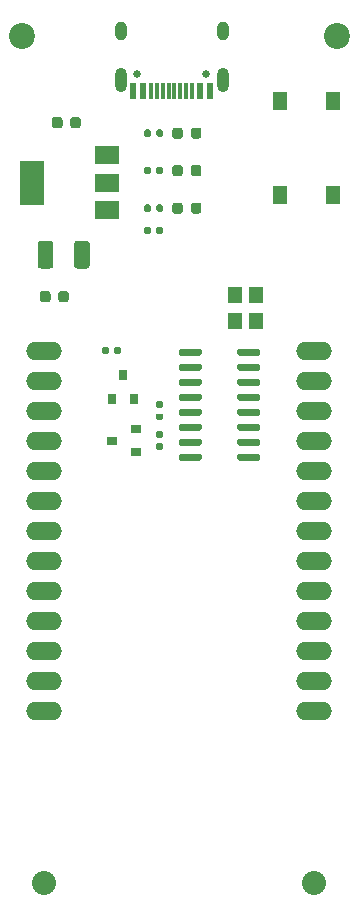
<source format=gts>
G04 #@! TF.GenerationSoftware,KiCad,Pcbnew,5.1.10-88a1d61d58~88~ubuntu20.04.1*
G04 #@! TF.CreationDate,2021-05-29T16:43:34+02:00*
G04 #@! TF.ProjectId,wt32-eth01-programmer,77743332-2d65-4746-9830-312d70726f67,rev?*
G04 #@! TF.SameCoordinates,Original*
G04 #@! TF.FileFunction,Soldermask,Top*
G04 #@! TF.FilePolarity,Negative*
%FSLAX46Y46*%
G04 Gerber Fmt 4.6, Leading zero omitted, Abs format (unit mm)*
G04 Created by KiCad (PCBNEW 5.1.10-88a1d61d58~88~ubuntu20.04.1) date 2021-05-29 16:43:34*
%MOMM*%
%LPD*%
G01*
G04 APERTURE LIST*
%ADD10C,2.200000*%
%ADD11R,1.300000X1.550000*%
%ADD12R,1.200000X1.400000*%
%ADD13O,3.048000X1.524000*%
%ADD14C,2.032000*%
%ADD15R,2.000000X1.500000*%
%ADD16R,2.000000X3.800000*%
%ADD17R,0.800000X0.900000*%
%ADD18R,0.900000X0.800000*%
%ADD19R,0.600000X1.450000*%
%ADD20R,0.300000X1.450000*%
%ADD21O,1.000000X2.100000*%
%ADD22C,0.650000*%
%ADD23O,1.000000X1.600000*%
G04 APERTURE END LIST*
D10*
X53340000Y-46990000D03*
X80010000Y-46990000D03*
D11*
X75220000Y-60490000D03*
X79720000Y-60490000D03*
X79720000Y-52540000D03*
X75220000Y-52540000D03*
D12*
X71452000Y-71120000D03*
X71452000Y-68920000D03*
X73152000Y-68920000D03*
X73152000Y-71120000D03*
D13*
X78105000Y-104140000D03*
X78105000Y-73660000D03*
X78105000Y-76200000D03*
X78105000Y-78740000D03*
X78105000Y-81280000D03*
X78105000Y-83820000D03*
X78105000Y-86360000D03*
X78105000Y-88900000D03*
X78105000Y-91440000D03*
X78105000Y-93980000D03*
X78105000Y-96520000D03*
X78105000Y-99060000D03*
X78105000Y-101600000D03*
X55245000Y-104140000D03*
X55245000Y-101600000D03*
X55245000Y-99060000D03*
X55245000Y-96520000D03*
X55245000Y-93980000D03*
X55245000Y-91440000D03*
X55245000Y-88900000D03*
X55245000Y-86360000D03*
X55245000Y-83820000D03*
X55245000Y-81280000D03*
X55245000Y-78740000D03*
X55245000Y-76200000D03*
X55245000Y-73660000D03*
D14*
X78105000Y-118745000D03*
X55245000Y-118745000D03*
G36*
G01*
X68604000Y-82527000D02*
X68604000Y-82827000D01*
G75*
G02*
X68454000Y-82977000I-150000J0D01*
G01*
X66804000Y-82977000D01*
G75*
G02*
X66654000Y-82827000I0J150000D01*
G01*
X66654000Y-82527000D01*
G75*
G02*
X66804000Y-82377000I150000J0D01*
G01*
X68454000Y-82377000D01*
G75*
G02*
X68604000Y-82527000I0J-150000D01*
G01*
G37*
G36*
G01*
X68604000Y-81257000D02*
X68604000Y-81557000D01*
G75*
G02*
X68454000Y-81707000I-150000J0D01*
G01*
X66804000Y-81707000D01*
G75*
G02*
X66654000Y-81557000I0J150000D01*
G01*
X66654000Y-81257000D01*
G75*
G02*
X66804000Y-81107000I150000J0D01*
G01*
X68454000Y-81107000D01*
G75*
G02*
X68604000Y-81257000I0J-150000D01*
G01*
G37*
G36*
G01*
X68604000Y-79987000D02*
X68604000Y-80287000D01*
G75*
G02*
X68454000Y-80437000I-150000J0D01*
G01*
X66804000Y-80437000D01*
G75*
G02*
X66654000Y-80287000I0J150000D01*
G01*
X66654000Y-79987000D01*
G75*
G02*
X66804000Y-79837000I150000J0D01*
G01*
X68454000Y-79837000D01*
G75*
G02*
X68604000Y-79987000I0J-150000D01*
G01*
G37*
G36*
G01*
X68604000Y-78717000D02*
X68604000Y-79017000D01*
G75*
G02*
X68454000Y-79167000I-150000J0D01*
G01*
X66804000Y-79167000D01*
G75*
G02*
X66654000Y-79017000I0J150000D01*
G01*
X66654000Y-78717000D01*
G75*
G02*
X66804000Y-78567000I150000J0D01*
G01*
X68454000Y-78567000D01*
G75*
G02*
X68604000Y-78717000I0J-150000D01*
G01*
G37*
G36*
G01*
X68604000Y-77447000D02*
X68604000Y-77747000D01*
G75*
G02*
X68454000Y-77897000I-150000J0D01*
G01*
X66804000Y-77897000D01*
G75*
G02*
X66654000Y-77747000I0J150000D01*
G01*
X66654000Y-77447000D01*
G75*
G02*
X66804000Y-77297000I150000J0D01*
G01*
X68454000Y-77297000D01*
G75*
G02*
X68604000Y-77447000I0J-150000D01*
G01*
G37*
G36*
G01*
X68604000Y-76177000D02*
X68604000Y-76477000D01*
G75*
G02*
X68454000Y-76627000I-150000J0D01*
G01*
X66804000Y-76627000D01*
G75*
G02*
X66654000Y-76477000I0J150000D01*
G01*
X66654000Y-76177000D01*
G75*
G02*
X66804000Y-76027000I150000J0D01*
G01*
X68454000Y-76027000D01*
G75*
G02*
X68604000Y-76177000I0J-150000D01*
G01*
G37*
G36*
G01*
X68604000Y-74907000D02*
X68604000Y-75207000D01*
G75*
G02*
X68454000Y-75357000I-150000J0D01*
G01*
X66804000Y-75357000D01*
G75*
G02*
X66654000Y-75207000I0J150000D01*
G01*
X66654000Y-74907000D01*
G75*
G02*
X66804000Y-74757000I150000J0D01*
G01*
X68454000Y-74757000D01*
G75*
G02*
X68604000Y-74907000I0J-150000D01*
G01*
G37*
G36*
G01*
X68604000Y-73637000D02*
X68604000Y-73937000D01*
G75*
G02*
X68454000Y-74087000I-150000J0D01*
G01*
X66804000Y-74087000D01*
G75*
G02*
X66654000Y-73937000I0J150000D01*
G01*
X66654000Y-73637000D01*
G75*
G02*
X66804000Y-73487000I150000J0D01*
G01*
X68454000Y-73487000D01*
G75*
G02*
X68604000Y-73637000I0J-150000D01*
G01*
G37*
G36*
G01*
X73554000Y-73637000D02*
X73554000Y-73937000D01*
G75*
G02*
X73404000Y-74087000I-150000J0D01*
G01*
X71754000Y-74087000D01*
G75*
G02*
X71604000Y-73937000I0J150000D01*
G01*
X71604000Y-73637000D01*
G75*
G02*
X71754000Y-73487000I150000J0D01*
G01*
X73404000Y-73487000D01*
G75*
G02*
X73554000Y-73637000I0J-150000D01*
G01*
G37*
G36*
G01*
X73554000Y-74907000D02*
X73554000Y-75207000D01*
G75*
G02*
X73404000Y-75357000I-150000J0D01*
G01*
X71754000Y-75357000D01*
G75*
G02*
X71604000Y-75207000I0J150000D01*
G01*
X71604000Y-74907000D01*
G75*
G02*
X71754000Y-74757000I150000J0D01*
G01*
X73404000Y-74757000D01*
G75*
G02*
X73554000Y-74907000I0J-150000D01*
G01*
G37*
G36*
G01*
X73554000Y-76177000D02*
X73554000Y-76477000D01*
G75*
G02*
X73404000Y-76627000I-150000J0D01*
G01*
X71754000Y-76627000D01*
G75*
G02*
X71604000Y-76477000I0J150000D01*
G01*
X71604000Y-76177000D01*
G75*
G02*
X71754000Y-76027000I150000J0D01*
G01*
X73404000Y-76027000D01*
G75*
G02*
X73554000Y-76177000I0J-150000D01*
G01*
G37*
G36*
G01*
X73554000Y-77447000D02*
X73554000Y-77747000D01*
G75*
G02*
X73404000Y-77897000I-150000J0D01*
G01*
X71754000Y-77897000D01*
G75*
G02*
X71604000Y-77747000I0J150000D01*
G01*
X71604000Y-77447000D01*
G75*
G02*
X71754000Y-77297000I150000J0D01*
G01*
X73404000Y-77297000D01*
G75*
G02*
X73554000Y-77447000I0J-150000D01*
G01*
G37*
G36*
G01*
X73554000Y-78717000D02*
X73554000Y-79017000D01*
G75*
G02*
X73404000Y-79167000I-150000J0D01*
G01*
X71754000Y-79167000D01*
G75*
G02*
X71604000Y-79017000I0J150000D01*
G01*
X71604000Y-78717000D01*
G75*
G02*
X71754000Y-78567000I150000J0D01*
G01*
X73404000Y-78567000D01*
G75*
G02*
X73554000Y-78717000I0J-150000D01*
G01*
G37*
G36*
G01*
X73554000Y-79987000D02*
X73554000Y-80287000D01*
G75*
G02*
X73404000Y-80437000I-150000J0D01*
G01*
X71754000Y-80437000D01*
G75*
G02*
X71604000Y-80287000I0J150000D01*
G01*
X71604000Y-79987000D01*
G75*
G02*
X71754000Y-79837000I150000J0D01*
G01*
X73404000Y-79837000D01*
G75*
G02*
X73554000Y-79987000I0J-150000D01*
G01*
G37*
G36*
G01*
X73554000Y-81257000D02*
X73554000Y-81557000D01*
G75*
G02*
X73404000Y-81707000I-150000J0D01*
G01*
X71754000Y-81707000D01*
G75*
G02*
X71604000Y-81557000I0J150000D01*
G01*
X71604000Y-81257000D01*
G75*
G02*
X71754000Y-81107000I150000J0D01*
G01*
X73404000Y-81107000D01*
G75*
G02*
X73554000Y-81257000I0J-150000D01*
G01*
G37*
G36*
G01*
X73554000Y-82527000D02*
X73554000Y-82827000D01*
G75*
G02*
X73404000Y-82977000I-150000J0D01*
G01*
X71754000Y-82977000D01*
G75*
G02*
X71604000Y-82827000I0J150000D01*
G01*
X71604000Y-82527000D01*
G75*
G02*
X71754000Y-82377000I150000J0D01*
G01*
X73404000Y-82377000D01*
G75*
G02*
X73554000Y-82527000I0J-150000D01*
G01*
G37*
D15*
X60554000Y-61736000D03*
X60554000Y-57136000D03*
X60554000Y-59436000D03*
D16*
X54254000Y-59436000D03*
G36*
G01*
X64839000Y-78982000D02*
X65209000Y-78982000D01*
G75*
G02*
X65344000Y-79117000I0J-135000D01*
G01*
X65344000Y-79387000D01*
G75*
G02*
X65209000Y-79522000I-135000J0D01*
G01*
X64839000Y-79522000D01*
G75*
G02*
X64704000Y-79387000I0J135000D01*
G01*
X64704000Y-79117000D01*
G75*
G02*
X64839000Y-78982000I135000J0D01*
G01*
G37*
G36*
G01*
X64839000Y-77962000D02*
X65209000Y-77962000D01*
G75*
G02*
X65344000Y-78097000I0J-135000D01*
G01*
X65344000Y-78367000D01*
G75*
G02*
X65209000Y-78502000I-135000J0D01*
G01*
X64839000Y-78502000D01*
G75*
G02*
X64704000Y-78367000I0J135000D01*
G01*
X64704000Y-78097000D01*
G75*
G02*
X64839000Y-77962000I135000J0D01*
G01*
G37*
G36*
G01*
X65209000Y-81038000D02*
X64839000Y-81038000D01*
G75*
G02*
X64704000Y-80903000I0J135000D01*
G01*
X64704000Y-80633000D01*
G75*
G02*
X64839000Y-80498000I135000J0D01*
G01*
X65209000Y-80498000D01*
G75*
G02*
X65344000Y-80633000I0J-135000D01*
G01*
X65344000Y-80903000D01*
G75*
G02*
X65209000Y-81038000I-135000J0D01*
G01*
G37*
G36*
G01*
X65209000Y-82058000D02*
X64839000Y-82058000D01*
G75*
G02*
X64704000Y-81923000I0J135000D01*
G01*
X64704000Y-81653000D01*
G75*
G02*
X64839000Y-81518000I135000J0D01*
G01*
X65209000Y-81518000D01*
G75*
G02*
X65344000Y-81653000I0J-135000D01*
G01*
X65344000Y-81923000D01*
G75*
G02*
X65209000Y-82058000I-135000J0D01*
G01*
G37*
G36*
G01*
X64274000Y-63315000D02*
X64274000Y-63685000D01*
G75*
G02*
X64139000Y-63820000I-135000J0D01*
G01*
X63869000Y-63820000D01*
G75*
G02*
X63734000Y-63685000I0J135000D01*
G01*
X63734000Y-63315000D01*
G75*
G02*
X63869000Y-63180000I135000J0D01*
G01*
X64139000Y-63180000D01*
G75*
G02*
X64274000Y-63315000I0J-135000D01*
G01*
G37*
G36*
G01*
X65294000Y-63315000D02*
X65294000Y-63685000D01*
G75*
G02*
X65159000Y-63820000I-135000J0D01*
G01*
X64889000Y-63820000D01*
G75*
G02*
X64754000Y-63685000I0J135000D01*
G01*
X64754000Y-63315000D01*
G75*
G02*
X64889000Y-63180000I135000J0D01*
G01*
X65159000Y-63180000D01*
G75*
G02*
X65294000Y-63315000I0J-135000D01*
G01*
G37*
G36*
G01*
X60722000Y-73475000D02*
X60722000Y-73845000D01*
G75*
G02*
X60587000Y-73980000I-135000J0D01*
G01*
X60317000Y-73980000D01*
G75*
G02*
X60182000Y-73845000I0J135000D01*
G01*
X60182000Y-73475000D01*
G75*
G02*
X60317000Y-73340000I135000J0D01*
G01*
X60587000Y-73340000D01*
G75*
G02*
X60722000Y-73475000I0J-135000D01*
G01*
G37*
G36*
G01*
X61742000Y-73475000D02*
X61742000Y-73845000D01*
G75*
G02*
X61607000Y-73980000I-135000J0D01*
G01*
X61337000Y-73980000D01*
G75*
G02*
X61202000Y-73845000I0J135000D01*
G01*
X61202000Y-73475000D01*
G75*
G02*
X61337000Y-73340000I135000J0D01*
G01*
X61607000Y-73340000D01*
G75*
G02*
X61742000Y-73475000I0J-135000D01*
G01*
G37*
G36*
G01*
X64758000Y-61780000D02*
X64758000Y-61410000D01*
G75*
G02*
X64893000Y-61275000I135000J0D01*
G01*
X65163000Y-61275000D01*
G75*
G02*
X65298000Y-61410000I0J-135000D01*
G01*
X65298000Y-61780000D01*
G75*
G02*
X65163000Y-61915000I-135000J0D01*
G01*
X64893000Y-61915000D01*
G75*
G02*
X64758000Y-61780000I0J135000D01*
G01*
G37*
G36*
G01*
X63738000Y-61780000D02*
X63738000Y-61410000D01*
G75*
G02*
X63873000Y-61275000I135000J0D01*
G01*
X64143000Y-61275000D01*
G75*
G02*
X64278000Y-61410000I0J-135000D01*
G01*
X64278000Y-61780000D01*
G75*
G02*
X64143000Y-61915000I-135000J0D01*
G01*
X63873000Y-61915000D01*
G75*
G02*
X63738000Y-61780000I0J135000D01*
G01*
G37*
G36*
G01*
X64758000Y-58605000D02*
X64758000Y-58235000D01*
G75*
G02*
X64893000Y-58100000I135000J0D01*
G01*
X65163000Y-58100000D01*
G75*
G02*
X65298000Y-58235000I0J-135000D01*
G01*
X65298000Y-58605000D01*
G75*
G02*
X65163000Y-58740000I-135000J0D01*
G01*
X64893000Y-58740000D01*
G75*
G02*
X64758000Y-58605000I0J135000D01*
G01*
G37*
G36*
G01*
X63738000Y-58605000D02*
X63738000Y-58235000D01*
G75*
G02*
X63873000Y-58100000I135000J0D01*
G01*
X64143000Y-58100000D01*
G75*
G02*
X64278000Y-58235000I0J-135000D01*
G01*
X64278000Y-58605000D01*
G75*
G02*
X64143000Y-58740000I-135000J0D01*
G01*
X63873000Y-58740000D01*
G75*
G02*
X63738000Y-58605000I0J135000D01*
G01*
G37*
G36*
G01*
X64758000Y-55430000D02*
X64758000Y-55060000D01*
G75*
G02*
X64893000Y-54925000I135000J0D01*
G01*
X65163000Y-54925000D01*
G75*
G02*
X65298000Y-55060000I0J-135000D01*
G01*
X65298000Y-55430000D01*
G75*
G02*
X65163000Y-55565000I-135000J0D01*
G01*
X64893000Y-55565000D01*
G75*
G02*
X64758000Y-55430000I0J135000D01*
G01*
G37*
G36*
G01*
X63738000Y-55430000D02*
X63738000Y-55060000D01*
G75*
G02*
X63873000Y-54925000I135000J0D01*
G01*
X64143000Y-54925000D01*
G75*
G02*
X64278000Y-55060000I0J-135000D01*
G01*
X64278000Y-55430000D01*
G75*
G02*
X64143000Y-55565000I-135000J0D01*
G01*
X63873000Y-55565000D01*
G75*
G02*
X63738000Y-55430000I0J135000D01*
G01*
G37*
D17*
X61910000Y-75724000D03*
X62860000Y-77724000D03*
X60960000Y-77724000D03*
D18*
X60992000Y-81280000D03*
X62992000Y-80330000D03*
X62992000Y-82230000D03*
D19*
X62790000Y-51670000D03*
X63590000Y-51670000D03*
X68490000Y-51670000D03*
X69290000Y-51670000D03*
X69290000Y-51670000D03*
X68490000Y-51670000D03*
X63590000Y-51670000D03*
X62790000Y-51670000D03*
D20*
X67790000Y-51670000D03*
X67290000Y-51670000D03*
X66790000Y-51670000D03*
X65790000Y-51670000D03*
X65290000Y-51670000D03*
X64790000Y-51670000D03*
X64290000Y-51670000D03*
X66290000Y-51670000D03*
D21*
X61720000Y-50755000D03*
X70360000Y-50755000D03*
D22*
X68930000Y-50225000D03*
D23*
X70360000Y-46575000D03*
D22*
X63150000Y-50225000D03*
D23*
X61720000Y-46575000D03*
G36*
G01*
X66985500Y-61338750D02*
X66985500Y-61851250D01*
G75*
G02*
X66766750Y-62070000I-218750J0D01*
G01*
X66329250Y-62070000D01*
G75*
G02*
X66110500Y-61851250I0J218750D01*
G01*
X66110500Y-61338750D01*
G75*
G02*
X66329250Y-61120000I218750J0D01*
G01*
X66766750Y-61120000D01*
G75*
G02*
X66985500Y-61338750I0J-218750D01*
G01*
G37*
G36*
G01*
X68560500Y-61338750D02*
X68560500Y-61851250D01*
G75*
G02*
X68341750Y-62070000I-218750J0D01*
G01*
X67904250Y-62070000D01*
G75*
G02*
X67685500Y-61851250I0J218750D01*
G01*
X67685500Y-61338750D01*
G75*
G02*
X67904250Y-61120000I218750J0D01*
G01*
X68341750Y-61120000D01*
G75*
G02*
X68560500Y-61338750I0J-218750D01*
G01*
G37*
G36*
G01*
X66985500Y-58163750D02*
X66985500Y-58676250D01*
G75*
G02*
X66766750Y-58895000I-218750J0D01*
G01*
X66329250Y-58895000D01*
G75*
G02*
X66110500Y-58676250I0J218750D01*
G01*
X66110500Y-58163750D01*
G75*
G02*
X66329250Y-57945000I218750J0D01*
G01*
X66766750Y-57945000D01*
G75*
G02*
X66985500Y-58163750I0J-218750D01*
G01*
G37*
G36*
G01*
X68560500Y-58163750D02*
X68560500Y-58676250D01*
G75*
G02*
X68341750Y-58895000I-218750J0D01*
G01*
X67904250Y-58895000D01*
G75*
G02*
X67685500Y-58676250I0J218750D01*
G01*
X67685500Y-58163750D01*
G75*
G02*
X67904250Y-57945000I218750J0D01*
G01*
X68341750Y-57945000D01*
G75*
G02*
X68560500Y-58163750I0J-218750D01*
G01*
G37*
G36*
G01*
X66985500Y-54988750D02*
X66985500Y-55501250D01*
G75*
G02*
X66766750Y-55720000I-218750J0D01*
G01*
X66329250Y-55720000D01*
G75*
G02*
X66110500Y-55501250I0J218750D01*
G01*
X66110500Y-54988750D01*
G75*
G02*
X66329250Y-54770000I218750J0D01*
G01*
X66766750Y-54770000D01*
G75*
G02*
X66985500Y-54988750I0J-218750D01*
G01*
G37*
G36*
G01*
X68560500Y-54988750D02*
X68560500Y-55501250D01*
G75*
G02*
X68341750Y-55720000I-218750J0D01*
G01*
X67904250Y-55720000D01*
G75*
G02*
X67685500Y-55501250I0J218750D01*
G01*
X67685500Y-54988750D01*
G75*
G02*
X67904250Y-54770000I218750J0D01*
G01*
X68341750Y-54770000D01*
G75*
G02*
X68560500Y-54988750I0J-218750D01*
G01*
G37*
G36*
G01*
X56446000Y-69338000D02*
X56446000Y-68838000D01*
G75*
G02*
X56671000Y-68613000I225000J0D01*
G01*
X57121000Y-68613000D01*
G75*
G02*
X57346000Y-68838000I0J-225000D01*
G01*
X57346000Y-69338000D01*
G75*
G02*
X57121000Y-69563000I-225000J0D01*
G01*
X56671000Y-69563000D01*
G75*
G02*
X56446000Y-69338000I0J225000D01*
G01*
G37*
G36*
G01*
X54896000Y-69338000D02*
X54896000Y-68838000D01*
G75*
G02*
X55121000Y-68613000I225000J0D01*
G01*
X55571000Y-68613000D01*
G75*
G02*
X55796000Y-68838000I0J-225000D01*
G01*
X55796000Y-69338000D01*
G75*
G02*
X55571000Y-69563000I-225000J0D01*
G01*
X55121000Y-69563000D01*
G75*
G02*
X54896000Y-69338000I0J225000D01*
G01*
G37*
G36*
G01*
X57784500Y-66457003D02*
X57784500Y-64606997D01*
G75*
G02*
X58034497Y-64357000I249997J0D01*
G01*
X58859503Y-64357000D01*
G75*
G02*
X59109500Y-64606997I0J-249997D01*
G01*
X59109500Y-66457003D01*
G75*
G02*
X58859503Y-66707000I-249997J0D01*
G01*
X58034497Y-66707000D01*
G75*
G02*
X57784500Y-66457003I0J249997D01*
G01*
G37*
G36*
G01*
X54709500Y-66457003D02*
X54709500Y-64606997D01*
G75*
G02*
X54959497Y-64357000I249997J0D01*
G01*
X55784503Y-64357000D01*
G75*
G02*
X56034500Y-64606997I0J-249997D01*
G01*
X56034500Y-66457003D01*
G75*
G02*
X55784503Y-66707000I-249997J0D01*
G01*
X54959497Y-66707000D01*
G75*
G02*
X54709500Y-66457003I0J249997D01*
G01*
G37*
G36*
G01*
X56812000Y-54106000D02*
X56812000Y-54606000D01*
G75*
G02*
X56587000Y-54831000I-225000J0D01*
G01*
X56137000Y-54831000D01*
G75*
G02*
X55912000Y-54606000I0J225000D01*
G01*
X55912000Y-54106000D01*
G75*
G02*
X56137000Y-53881000I225000J0D01*
G01*
X56587000Y-53881000D01*
G75*
G02*
X56812000Y-54106000I0J-225000D01*
G01*
G37*
G36*
G01*
X58362000Y-54106000D02*
X58362000Y-54606000D01*
G75*
G02*
X58137000Y-54831000I-225000J0D01*
G01*
X57687000Y-54831000D01*
G75*
G02*
X57462000Y-54606000I0J225000D01*
G01*
X57462000Y-54106000D01*
G75*
G02*
X57687000Y-53881000I225000J0D01*
G01*
X58137000Y-53881000D01*
G75*
G02*
X58362000Y-54106000I0J-225000D01*
G01*
G37*
M02*

</source>
